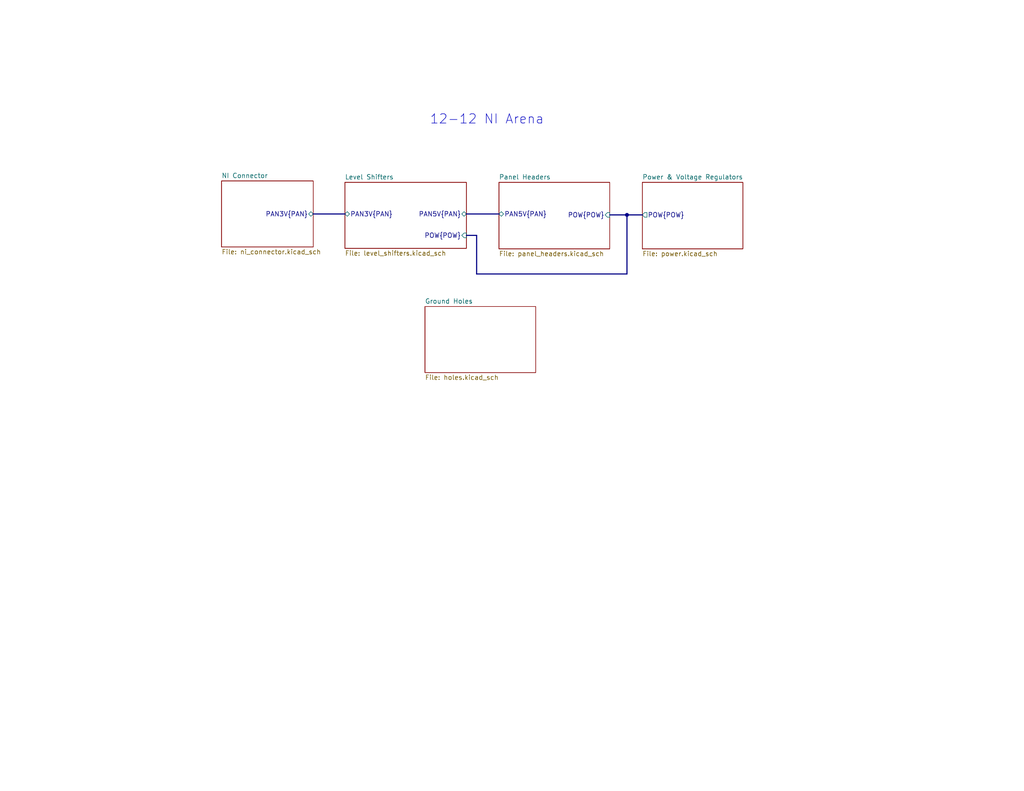
<source format=kicad_sch>
(kicad_sch
	(version 20250114)
	(generator "eeschema")
	(generator_version "9.0")
	(uuid "a2511654-3a17-43f1-8b9e-c45e375533dc")
	(paper "USLetter")
	(title_block
		(title "12-12 NI G4.1 Arena Modular LED Display")
		(date "2024-10-08")
		(rev "v7.1")
		(company "IORodeo for Reiserlab @ Janelia")
	)
	(lib_symbols)
	(bus_alias "POW"
		(members "5V_HDR_1" "5V_HDR_2" "5V_HDR_3" "5V_HDR_4" "5V_HDR_5" "5V_HDR_6"
			"5V_HDR_7" "5V_HDR_8" "5V_HDR_9" "5V_HDR_10" "5V_HDR_11" "5V_HDR_12"
		)
	)
	(text "12-12 NI Arena"
		(exclude_from_sim no)
		(at 117.221 34.163 0)
		(effects
			(font
				(size 2.54 2.54)
			)
			(justify left bottom)
		)
		(uuid "5a21ad0e-00ff-4028-aa06-98e7a7edcffd")
	)
	(junction
		(at 171.069 58.674)
		(diameter 0)
		(color 0 0 0 0)
		(uuid "59e0eb6d-5ad5-49e5-b29c-f46eed8a3976")
	)
	(bus
		(pts
			(xy 171.069 58.674) (xy 175.26 58.674)
		)
		(stroke
			(width 0)
			(type default)
		)
		(uuid "01208fa2-75a8-4b5b-8c68-bc5652a72a0e")
	)
	(bus
		(pts
			(xy 127.254 58.42) (xy 136.144 58.42)
		)
		(stroke
			(width 0)
			(type default)
		)
		(uuid "11599b83-9845-413e-9811-ae4cea08730c")
	)
	(bus
		(pts
			(xy 130.048 64.262) (xy 127.254 64.262)
		)
		(stroke
			(width 0)
			(type default)
		)
		(uuid "18eebfa1-0568-4265-89ef-0dbe0feda7a9")
	)
	(bus
		(pts
			(xy 171.069 74.803) (xy 130.048 74.803)
		)
		(stroke
			(width 0)
			(type default)
		)
		(uuid "297d07b2-5d5c-4925-8443-b4b93e0c17fd")
	)
	(bus
		(pts
			(xy 171.069 58.674) (xy 171.069 74.803)
		)
		(stroke
			(width 0)
			(type default)
		)
		(uuid "7dd4d9ff-3097-4b97-862d-197c5901b332")
	)
	(bus
		(pts
			(xy 130.048 74.803) (xy 130.048 64.262)
		)
		(stroke
			(width 0)
			(type default)
		)
		(uuid "c3d7930a-fa9f-4bee-af5b-1643141c0acd")
	)
	(bus
		(pts
			(xy 166.37 58.674) (xy 171.069 58.674)
		)
		(stroke
			(width 0)
			(type default)
		)
		(uuid "daa3dc88-3fec-4f02-bed4-c2e40257416f")
	)
	(bus
		(pts
			(xy 85.471 58.42) (xy 94.107 58.42)
		)
		(stroke
			(width 0)
			(type default)
		)
		(uuid "f5401b2d-5891-43a2-81cd-8d19a85723fd")
	)
	(sheet
		(at 94.107 49.784)
		(size 33.147 18.034)
		(exclude_from_sim no)
		(in_bom yes)
		(on_board yes)
		(dnp no)
		(fields_autoplaced yes)
		(stroke
			(width 0.1524)
			(type solid)
		)
		(fill
			(color 0 0 0 0.0000)
		)
		(uuid "089bb880-f417-4f64-98ac-7a8591f9a34e")
		(property "Sheetname" "Level Shifters"
			(at 94.107 49.0724 0)
			(effects
				(font
					(size 1.27 1.27)
				)
				(justify left bottom)
			)
		)
		(property "Sheetfile" "level_shifters.kicad_sch"
			(at 94.107 68.4026 0)
			(effects
				(font
					(size 1.27 1.27)
				)
				(justify left top)
			)
		)
		(pin "PAN5V{PAN}" bidirectional
			(at 127.254 58.42 0)
			(uuid "7ac534d2-0cc4-4d65-b750-e1b075b9ae6a")
			(effects
				(font
					(size 1.27 1.27)
				)
				(justify right)
			)
		)
		(pin "PAN3V{PAN}" bidirectional
			(at 94.107 58.42 180)
			(uuid "19fd3241-05d5-474e-b3ef-60c76b30b5ca")
			(effects
				(font
					(size 1.27 1.27)
				)
				(justify left)
			)
		)
		(pin "POW{POW}" input
			(at 127.254 64.262 0)
			(uuid "6a93c7e8-badd-4d91-b126-36154fdf9602")
			(effects
				(font
					(size 1.27 1.27)
				)
				(justify right)
			)
		)
		(instances
			(project "arena_12-12_NI_v7"
				(path "/a2511654-3a17-43f1-8b9e-c45e375533dc"
					(page "3")
				)
			)
		)
	)
	(sheet
		(at 175.26 49.784)
		(size 27.432 18.161)
		(exclude_from_sim no)
		(in_bom yes)
		(on_board yes)
		(dnp no)
		(fields_autoplaced yes)
		(stroke
			(width 0.1524)
			(type solid)
		)
		(fill
			(color 0 0 0 0.0000)
		)
		(uuid "17861c68-32c3-4000-8a50-4f303c28fa47")
		(property "Sheetname" "Power & Voltage Regulators"
			(at 175.26 49.0724 0)
			(effects
				(font
					(size 1.27 1.27)
				)
				(justify left bottom)
			)
		)
		(property "Sheetfile" "power.kicad_sch"
			(at 175.26 68.5296 0)
			(effects
				(font
					(size 1.27 1.27)
				)
				(justify left top)
			)
		)
		(pin "POW{POW}" output
			(at 175.26 58.674 180)
			(uuid "2fac369b-aa38-4402-8765-575b6e3954e6")
			(effects
				(font
					(size 1.27 1.27)
				)
				(justify left)
			)
		)
		(instances
			(project "arena_12-12_NI_v7"
				(path "/a2511654-3a17-43f1-8b9e-c45e375533dc"
					(page "6")
				)
			)
		)
	)
	(sheet
		(at 115.951 83.693)
		(size 30.226 18.034)
		(exclude_from_sim no)
		(in_bom yes)
		(on_board yes)
		(dnp no)
		(fields_autoplaced yes)
		(stroke
			(width 0.1524)
			(type solid)
		)
		(fill
			(color 0 0 0 0.0000)
		)
		(uuid "24a22302-295f-4a79-8162-dc1243f756aa")
		(property "Sheetname" "Ground Holes"
			(at 115.951 82.9814 0)
			(effects
				(font
					(size 1.27 1.27)
				)
				(justify left bottom)
			)
		)
		(property "Sheetfile" "holes.kicad_sch"
			(at 115.951 102.3116 0)
			(effects
				(font
					(size 1.27 1.27)
				)
				(justify left top)
			)
		)
		(instances
			(project "arena_12-12_NI_v7"
				(path "/a2511654-3a17-43f1-8b9e-c45e375533dc"
					(page "6")
				)
			)
		)
	)
	(sheet
		(at 136.144 49.784)
		(size 30.226 18.161)
		(exclude_from_sim no)
		(in_bom yes)
		(on_board yes)
		(dnp no)
		(fields_autoplaced yes)
		(stroke
			(width 0.1524)
			(type solid)
		)
		(fill
			(color 0 0 0 0.0000)
		)
		(uuid "ad9c294f-d898-4a63-8d96-c5c7fb69f139")
		(property "Sheetname" "Panel Headers"
			(at 136.144 49.0724 0)
			(effects
				(font
					(size 1.27 1.27)
				)
				(justify left bottom)
			)
		)
		(property "Sheetfile" "panel_headers.kicad_sch"
			(at 136.144 68.5296 0)
			(effects
				(font
					(size 1.27 1.27)
				)
				(justify left top)
			)
		)
		(pin "PAN5V{PAN}" bidirectional
			(at 136.144 58.42 180)
			(uuid "14e82bed-75aa-42e2-aadf-1d362ed4ae92")
			(effects
				(font
					(size 1.27 1.27)
				)
				(justify left)
			)
		)
		(pin "POW{POW}" input
			(at 166.37 58.674 0)
			(uuid "66f13ddf-bcc2-407c-9e64-820c1fad72a1")
			(effects
				(font
					(size 1.27 1.27)
				)
				(justify right)
			)
		)
		(instances
			(project "arena_12-12_NI_v7"
				(path "/a2511654-3a17-43f1-8b9e-c45e375533dc"
					(page "2")
				)
			)
		)
	)
	(sheet
		(at 60.452 49.403)
		(size 25.019 18.034)
		(exclude_from_sim no)
		(in_bom yes)
		(on_board yes)
		(dnp no)
		(fields_autoplaced yes)
		(stroke
			(width 0.1524)
			(type solid)
		)
		(fill
			(color 0 0 0 0.0000)
		)
		(uuid "cf1bf6c0-d319-44c6-9ef9-a2dffab7743b")
		(property "Sheetname" "NI Connector"
			(at 60.452 48.6914 0)
			(effects
				(font
					(size 1.27 1.27)
				)
				(justify left bottom)
			)
		)
		(property "Sheetfile" "ni_connector.kicad_sch"
			(at 60.452 68.0216 0)
			(effects
				(font
					(size 1.27 1.27)
				)
				(justify left top)
			)
		)
		(pin "PAN3V{PAN}" bidirectional
			(at 85.471 58.42 0)
			(uuid "f5f48d57-9bba-4a86-a90b-e43a06fe65d8")
			(effects
				(font
					(size 1.27 1.27)
				)
				(justify right)
			)
		)
		(instances
			(project "arena_12-12_NI_v7"
				(path "/a2511654-3a17-43f1-8b9e-c45e375533dc"
					(page "7")
				)
			)
		)
	)
	(sheet_instances
		(path "/"
			(page "1")
		)
	)
	(embedded_fonts no)
)

</source>
